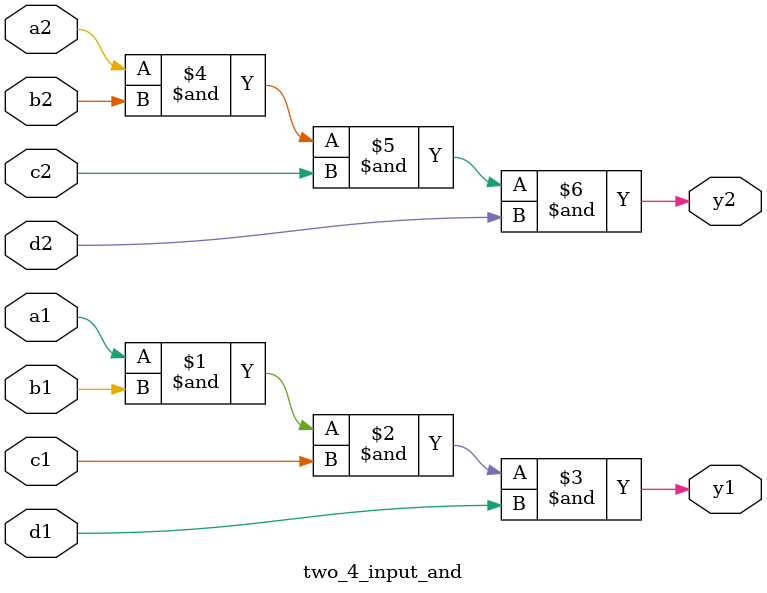
<source format=v>
`timescale 1ns / 1ps

module two_4_input_and #(parameter DELAY = 10)(
    input wire a1,b1,c1,d1,a2,b2,c2,d2,
    output wire y1,y2
    );
    
    and #DELAY (y1,a1,b1,c1,d1);
    and #DELAY (y2,a2,b2,c2,d2);
    
endmodule

</source>
